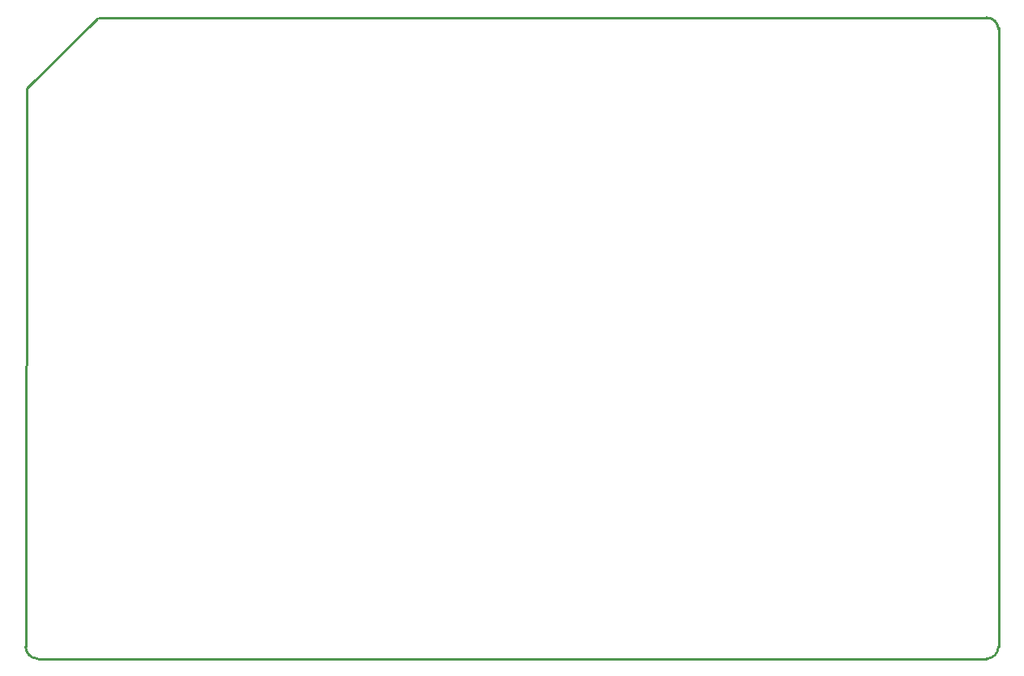
<source format=gko>
G04 Layer: BoardOutlineLayer*
G04 EasyEDA v6.5.39, 2024-10-24 09:54:27*
G04 028e3914a6f949ed9ca799ef75e4ed4f,10*
G04 Gerber Generator version 0.2*
G04 Scale: 100 percent, Rotated: No, Reflected: No *
G04 Dimensions in inches *
G04 leading zeros omitted , absolute positions ,3 integer and 6 decimal *
%FSLAX36Y36*%
%MOIN*%

%ADD10C,0.0100*%
D10*
X300000Y2640000D02*
G01*
X3950000Y2640000D01*
X0Y50000D02*
G01*
X5000Y2345000D01*
X5000Y2350000D02*
G01*
X295000Y2635000D01*
X4000000Y2600000D02*
G01*
X4000000Y50000D01*
X3950000Y0D02*
G01*
X50000Y0D01*
G75*
G01*
X50000Y0D02*
G02*
X0Y50000I0J50000D01*
G75*
G01*
X4000000Y50000D02*
G02*
X3950000Y0I-50000J0D01*
G75*
G01*
X3950000Y2640000D02*
G02*
X4000000Y2590000I0J-50000D01*

%LPD*%
M02*

</source>
